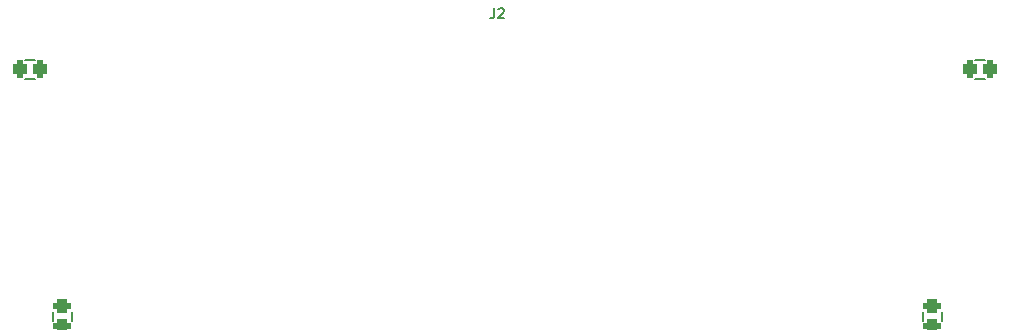
<source format=gto>
G04 #@! TF.GenerationSoftware,KiCad,Pcbnew,(6.0.1-0)*
G04 #@! TF.CreationDate,2022-02-13T03:47:25-05:00*
G04 #@! TF.ProjectId,Adapter-30,41646170-7465-4722-9d33-302e6b696361,1.0-SOP*
G04 #@! TF.SameCoordinates,Original*
G04 #@! TF.FileFunction,Legend,Top*
G04 #@! TF.FilePolarity,Positive*
%FSLAX46Y46*%
G04 Gerber Fmt 4.6, Leading zero omitted, Abs format (unit mm)*
G04 Created by KiCad (PCBNEW (6.0.1-0)) date 2022-02-13 03:47:25*
%MOMM*%
%LPD*%
G01*
G04 APERTURE LIST*
G04 Aperture macros list*
%AMRoundRect*
0 Rectangle with rounded corners*
0 $1 Rounding radius*
0 $2 $3 $4 $5 $6 $7 $8 $9 X,Y pos of 4 corners*
0 Add a 4 corners polygon primitive as box body*
4,1,4,$2,$3,$4,$5,$6,$7,$8,$9,$2,$3,0*
0 Add four circle primitives for the rounded corners*
1,1,$1+$1,$2,$3*
1,1,$1+$1,$4,$5*
1,1,$1+$1,$6,$7*
1,1,$1+$1,$8,$9*
0 Add four rect primitives between the rounded corners*
20,1,$1+$1,$2,$3,$4,$5,0*
20,1,$1+$1,$4,$5,$6,$7,0*
20,1,$1+$1,$6,$7,$8,$9,0*
20,1,$1+$1,$8,$9,$2,$3,0*%
G04 Aperture macros list end*
%ADD10C,0.203200*%
%ADD11C,0.152400*%
%ADD12C,0.952400*%
%ADD13RoundRect,0.520700X-0.444500X-0.825500X0.444500X-0.825500X0.444500X0.825500X-0.444500X0.825500X0*%
%ADD14RoundRect,0.312500X0.437500X-0.262500X0.437500X0.262500X-0.437500X0.262500X-0.437500X-0.262500X0*%
%ADD15C,1.448000*%
%ADD16RoundRect,0.312500X-0.262500X-0.437500X0.262500X-0.437500X0.262500X0.437500X-0.262500X0.437500X0*%
%ADD17RoundRect,0.312500X0.262500X0.437500X-0.262500X0.437500X-0.262500X-0.437500X0.262500X-0.437500X0*%
%ADD18RoundRect,0.076200X0.850000X-0.850000X0.850000X0.850000X-0.850000X0.850000X-0.850000X-0.850000X0*%
%ADD19O,1.852400X1.852400*%
%ADD20C,2.562400*%
%ADD21C,1.422400*%
%ADD22C,1.862400*%
G04 APERTURE END LIST*
D10*
X120379066Y-69150895D02*
X120379066Y-69731466D01*
X120340361Y-69847580D01*
X120262952Y-69924990D01*
X120146838Y-69963695D01*
X120069428Y-69963695D01*
X120727409Y-69228304D02*
X120766114Y-69189600D01*
X120843523Y-69150895D01*
X121037047Y-69150895D01*
X121114457Y-69189600D01*
X121153161Y-69228304D01*
X121191866Y-69305714D01*
X121191866Y-69383123D01*
X121153161Y-69499238D01*
X120688704Y-69963695D01*
X121191866Y-69963695D01*
D11*
X83020000Y-95631900D02*
X83020000Y-94819100D01*
X84620000Y-95631900D02*
X84620000Y-94819100D01*
X156680000Y-95631900D02*
X156680000Y-94819100D01*
X158280000Y-95631900D02*
X158280000Y-94819100D01*
X161098600Y-73495000D02*
X161911400Y-73495000D01*
X161098600Y-75095000D02*
X161911400Y-75095000D01*
X81471400Y-75095000D02*
X80658600Y-75095000D01*
X81471400Y-73495000D02*
X80658600Y-73495000D01*
%LPC*%
D12*
X157480000Y-98806000D03*
X154940000Y-98806000D03*
X129540000Y-98806000D03*
X144780000Y-98806000D03*
X139700000Y-98806000D03*
X142240000Y-98806000D03*
X137160000Y-98806000D03*
X132080000Y-98806000D03*
X134620000Y-98806000D03*
X152400000Y-98806000D03*
X147320000Y-98806000D03*
X149860000Y-98806000D03*
X127000000Y-98806000D03*
X121920000Y-98806000D03*
X124460000Y-98806000D03*
X119380000Y-98806000D03*
X114300000Y-98806000D03*
X116840000Y-98806000D03*
X111760000Y-98806000D03*
X106680000Y-98806000D03*
X109220000Y-98806000D03*
X101600000Y-98806000D03*
X104140000Y-98806000D03*
X99060000Y-98806000D03*
X96520000Y-98806000D03*
X91440000Y-98806000D03*
X93980000Y-98806000D03*
X83820000Y-98806000D03*
X86360000Y-98806000D03*
D13*
X144780000Y-100076000D03*
X119380000Y-100076000D03*
X157480000Y-100076000D03*
X152400000Y-100076000D03*
X149860000Y-100076000D03*
X101600000Y-100076000D03*
X99060000Y-100076000D03*
X124460000Y-100076000D03*
X96520000Y-100076000D03*
X137160000Y-100076000D03*
X106680000Y-100076000D03*
X129540000Y-100076000D03*
X134620000Y-100076000D03*
X127000000Y-100076000D03*
X104140000Y-100076000D03*
X139700000Y-100076000D03*
X132080000Y-100076000D03*
X121920000Y-100076000D03*
X142240000Y-100076000D03*
X88900000Y-100076000D03*
X154940000Y-100076000D03*
X91440000Y-100076000D03*
X116840000Y-100076000D03*
X114300000Y-100076000D03*
X147320000Y-100076000D03*
X111760000Y-100076000D03*
X93980000Y-100076000D03*
X109220000Y-100076000D03*
D12*
X88900000Y-98806000D03*
D13*
X86360000Y-100076000D03*
X83820000Y-100076000D03*
D14*
X83820000Y-96075500D03*
X83820000Y-94375500D03*
X157480000Y-96075500D03*
X157480000Y-94375500D03*
D15*
X173736000Y-65024000D03*
X67564000Y-65024000D03*
X79756000Y-100076000D03*
X163576000Y-100076000D03*
D16*
X160655000Y-74295000D03*
X162355000Y-74295000D03*
D17*
X81915000Y-74295000D03*
X80215000Y-74295000D03*
D18*
X78105000Y-66675000D03*
D19*
X79375000Y-69215000D03*
X80645000Y-66675000D03*
X81915000Y-69215000D03*
X83185000Y-66675000D03*
X84455000Y-69215000D03*
X85725000Y-66675000D03*
X86995000Y-69215000D03*
X88265000Y-66675000D03*
X89535000Y-69215000D03*
X90805000Y-66675000D03*
X92075000Y-69215000D03*
X93345000Y-66675000D03*
X94615000Y-69215000D03*
X95885000Y-66675000D03*
X97155000Y-69215000D03*
X98425000Y-66675000D03*
X99695000Y-69215000D03*
X100965000Y-66675000D03*
X102235000Y-69215000D03*
X103505000Y-66675000D03*
X104775000Y-69215000D03*
X106045000Y-66675000D03*
X107315000Y-69215000D03*
X108585000Y-66675000D03*
X109855000Y-69215000D03*
X111125000Y-66675000D03*
X112395000Y-69215000D03*
X113665000Y-66675000D03*
X114935000Y-69215000D03*
X116205000Y-66675000D03*
X117475000Y-69215000D03*
X123825000Y-66675000D03*
X125095000Y-69215000D03*
X126365000Y-66675000D03*
X127635000Y-69215000D03*
X128905000Y-66675000D03*
X130175000Y-69215000D03*
X131445000Y-66675000D03*
X132715000Y-69215000D03*
X133985000Y-66675000D03*
X135255000Y-69215000D03*
X136525000Y-66675000D03*
X137795000Y-69215000D03*
X139065000Y-66675000D03*
X140335000Y-69215000D03*
X141605000Y-66675000D03*
X142875000Y-69215000D03*
X144145000Y-66675000D03*
X145415000Y-69215000D03*
X146685000Y-66675000D03*
X147955000Y-69215000D03*
X149225000Y-66675000D03*
X150495000Y-69215000D03*
X151765000Y-66675000D03*
X153035000Y-69215000D03*
X154305000Y-66675000D03*
X155575000Y-69215000D03*
X156845000Y-66675000D03*
X158115000Y-69215000D03*
X159385000Y-66675000D03*
X160655000Y-69215000D03*
X161925000Y-66675000D03*
X163195000Y-69215000D03*
D20*
X171450000Y-67945000D03*
D21*
X69850000Y-67945000D03*
D22*
X120650000Y-67945000D03*
M02*

</source>
